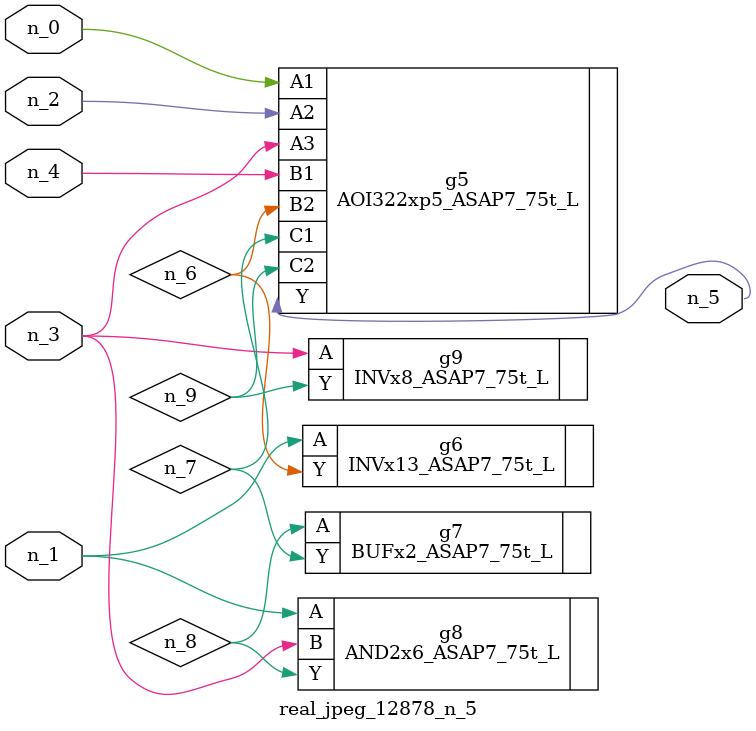
<source format=v>
module real_jpeg_12878_n_5 (n_4, n_0, n_1, n_2, n_3, n_5);

input n_4;
input n_0;
input n_1;
input n_2;
input n_3;

output n_5;

wire n_8;
wire n_6;
wire n_7;
wire n_9;

AOI322xp5_ASAP7_75t_L g5 ( 
.A1(n_0),
.A2(n_2),
.A3(n_3),
.B1(n_4),
.B2(n_6),
.C1(n_7),
.C2(n_9),
.Y(n_5)
);

INVx13_ASAP7_75t_L g6 ( 
.A(n_1),
.Y(n_6)
);

AND2x6_ASAP7_75t_L g8 ( 
.A(n_1),
.B(n_3),
.Y(n_8)
);

INVx8_ASAP7_75t_L g9 ( 
.A(n_3),
.Y(n_9)
);

BUFx2_ASAP7_75t_L g7 ( 
.A(n_8),
.Y(n_7)
);


endmodule
</source>
